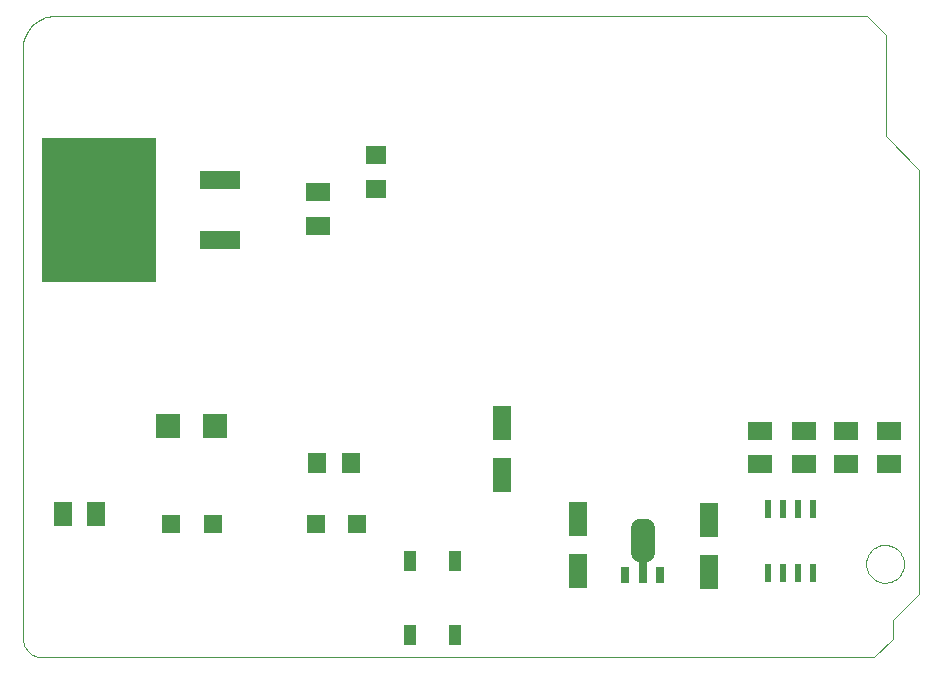
<source format=gtp>
G75*
G70*
%OFA0B0*%
%FSLAX24Y24*%
%IPPOS*%
%LPD*%
%AMOC8*
5,1,8,0,0,1.08239X$1,22.5*
%
%ADD10C,0.0000*%
%ADD11C,0.0039*%
%ADD12R,0.0236X0.0610*%
%ADD13R,0.0787X0.0630*%
%ADD14R,0.0787X0.0787*%
%ADD15R,0.0630X0.1181*%
%ADD16R,0.0591X0.0591*%
%ADD17R,0.0630X0.0710*%
%ADD18R,0.0315X0.0551*%
%ADD19R,0.0315X0.0748*%
%ADD20C,0.0600*%
%ADD21R,0.3839X0.4803*%
%ADD22R,0.1378X0.0630*%
%ADD23R,0.0394X0.0669*%
%ADD24R,0.0710X0.0630*%
%ADD25R,0.0630X0.0787*%
D10*
X029989Y004402D02*
X029991Y004452D01*
X029997Y004502D01*
X030007Y004551D01*
X030021Y004599D01*
X030038Y004646D01*
X030059Y004691D01*
X030084Y004735D01*
X030112Y004776D01*
X030144Y004815D01*
X030178Y004852D01*
X030215Y004886D01*
X030255Y004916D01*
X030297Y004943D01*
X030341Y004967D01*
X030387Y004988D01*
X030434Y005004D01*
X030482Y005017D01*
X030532Y005026D01*
X030581Y005031D01*
X030632Y005032D01*
X030682Y005029D01*
X030731Y005022D01*
X030780Y005011D01*
X030828Y004996D01*
X030874Y004978D01*
X030919Y004956D01*
X030962Y004930D01*
X031003Y004901D01*
X031042Y004869D01*
X031078Y004834D01*
X031110Y004796D01*
X031140Y004756D01*
X031167Y004713D01*
X031190Y004669D01*
X031209Y004623D01*
X031225Y004575D01*
X031237Y004526D01*
X031245Y004477D01*
X031249Y004427D01*
X031249Y004377D01*
X031245Y004327D01*
X031237Y004278D01*
X031225Y004229D01*
X031209Y004181D01*
X031190Y004135D01*
X031167Y004091D01*
X031140Y004048D01*
X031110Y004008D01*
X031078Y003970D01*
X031042Y003935D01*
X031003Y003903D01*
X030962Y003874D01*
X030919Y003848D01*
X030874Y003826D01*
X030828Y003808D01*
X030780Y003793D01*
X030731Y003782D01*
X030682Y003775D01*
X030632Y003772D01*
X030581Y003773D01*
X030532Y003778D01*
X030482Y003787D01*
X030434Y003800D01*
X030387Y003816D01*
X030341Y003837D01*
X030297Y003861D01*
X030255Y003888D01*
X030215Y003918D01*
X030178Y003952D01*
X030144Y003989D01*
X030112Y004028D01*
X030084Y004069D01*
X030059Y004113D01*
X030038Y004158D01*
X030021Y004205D01*
X030007Y004253D01*
X029997Y004302D01*
X029991Y004352D01*
X029989Y004402D01*
D11*
X001885Y001910D02*
X001885Y021660D01*
X001891Y021725D01*
X001900Y021788D01*
X001914Y021851D01*
X001931Y021913D01*
X001952Y021974D01*
X001976Y022034D01*
X002005Y022092D01*
X002036Y022148D01*
X002071Y022202D01*
X002109Y022254D01*
X002150Y022303D01*
X002195Y022350D01*
X002242Y022395D01*
X002291Y022436D01*
X002343Y022474D01*
X002397Y022509D01*
X002453Y022540D01*
X002511Y022569D01*
X002571Y022593D01*
X002632Y022614D01*
X002694Y022631D01*
X002757Y022645D01*
X002820Y022654D01*
X002885Y022660D01*
X030010Y022660D01*
X030635Y022035D01*
X030635Y018660D01*
X031760Y017535D01*
X031760Y003410D01*
X030885Y002535D01*
X030885Y001910D01*
X030260Y001285D01*
X002510Y001285D01*
X002461Y001287D01*
X002412Y001293D01*
X002364Y001302D01*
X002317Y001316D01*
X002271Y001333D01*
X002226Y001353D01*
X002183Y001377D01*
X002143Y001404D01*
X002104Y001435D01*
X002068Y001468D01*
X002035Y001504D01*
X002004Y001543D01*
X001977Y001583D01*
X001953Y001626D01*
X001933Y001671D01*
X001916Y001717D01*
X001902Y001764D01*
X001893Y001812D01*
X001887Y001861D01*
X001885Y001910D01*
D12*
X026714Y004109D03*
X027214Y004109D03*
X027714Y004109D03*
X028214Y004109D03*
X028214Y006235D03*
X027714Y006235D03*
X027214Y006235D03*
X026714Y006235D03*
D13*
X026444Y007731D03*
X027901Y007739D03*
X027901Y008841D03*
X026444Y008833D03*
X029326Y008841D03*
X030767Y008833D03*
X030767Y007731D03*
X029326Y007739D03*
X011729Y015678D03*
X011729Y016781D03*
D14*
X008287Y008999D03*
X006712Y008999D03*
D15*
X017838Y009086D03*
X017838Y007354D03*
X020368Y005897D03*
X020368Y004165D03*
X024749Y004143D03*
X024749Y005876D03*
D16*
X013034Y005727D03*
X011656Y005727D03*
X008207Y005738D03*
X006829Y005738D03*
D17*
X011689Y007764D03*
X012809Y007764D03*
D18*
X021952Y004042D03*
X023132Y004042D03*
D19*
X022542Y004142D03*
D20*
X022642Y004774D02*
X022442Y004774D01*
X022442Y005610D01*
X022642Y005610D01*
X022642Y004774D01*
X022642Y005373D02*
X022442Y005373D01*
D21*
X004420Y016188D03*
D22*
X008467Y015188D03*
X008467Y017188D03*
D23*
X014792Y004501D03*
X016289Y004501D03*
X016289Y002020D03*
X014792Y002020D03*
D24*
X013661Y016903D03*
X013661Y018022D03*
D25*
X004320Y006056D03*
X003218Y006056D03*
M02*

</source>
